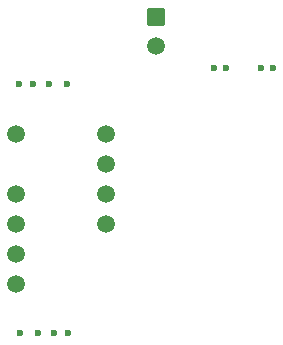
<source format=gbs>
G04 #@! TF.GenerationSoftware,KiCad,Pcbnew,7.0.5*
G04 #@! TF.CreationDate,2024-01-12T07:50:16+09:00*
G04 #@! TF.ProjectId,uglyBob,75676c79-426f-4622-9e6b-696361645f70,rev?*
G04 #@! TF.SameCoordinates,Original*
G04 #@! TF.FileFunction,Soldermask,Bot*
G04 #@! TF.FilePolarity,Negative*
%FSLAX46Y46*%
G04 Gerber Fmt 4.6, Leading zero omitted, Abs format (unit mm)*
G04 Created by KiCad (PCBNEW 7.0.5) date 2024-01-12 07:50:16*
%MOMM*%
%LPD*%
G01*
G04 APERTURE LIST*
G04 Aperture macros list*
%AMRoundRect*
0 Rectangle with rounded corners*
0 $1 Rounding radius*
0 $2 $3 $4 $5 $6 $7 $8 $9 X,Y pos of 4 corners*
0 Add a 4 corners polygon primitive as box body*
4,1,4,$2,$3,$4,$5,$6,$7,$8,$9,$2,$3,0*
0 Add four circle primitives for the rounded corners*
1,1,$1+$1,$2,$3*
1,1,$1+$1,$4,$5*
1,1,$1+$1,$6,$7*
1,1,$1+$1,$8,$9*
0 Add four rect primitives between the rounded corners*
20,1,$1+$1,$2,$3,$4,$5,0*
20,1,$1+$1,$4,$5,$6,$7,0*
20,1,$1+$1,$6,$7,$8,$9,0*
20,1,$1+$1,$8,$9,$2,$3,0*%
G04 Aperture macros list end*
%ADD10C,0.600000*%
%ADD11RoundRect,0.037500X-0.712500X0.712500X-0.712500X-0.712500X0.712500X-0.712500X0.712500X0.712500X0*%
%ADD12C,1.500000*%
G04 APERTURE END LIST*
D10*
X104950000Y-89450000D03*
X106150000Y-89450000D03*
X107550000Y-89450000D03*
X109050000Y-89450000D03*
D11*
X116600000Y-83750000D03*
D12*
X116600000Y-86250000D03*
D10*
X126500000Y-88100000D03*
X125500000Y-88100000D03*
X122500000Y-88100000D03*
X121500000Y-88100000D03*
D12*
X112310000Y-101270000D03*
X112310000Y-98730000D03*
X112310000Y-96190000D03*
X112310000Y-93650000D03*
X104690000Y-93650000D03*
X104690000Y-98730000D03*
X104690000Y-101270000D03*
X104690000Y-103810000D03*
X104690000Y-106350000D03*
D10*
X109150000Y-110550000D03*
X107950000Y-110550000D03*
X106550000Y-110550000D03*
X105050000Y-110550000D03*
M02*

</source>
